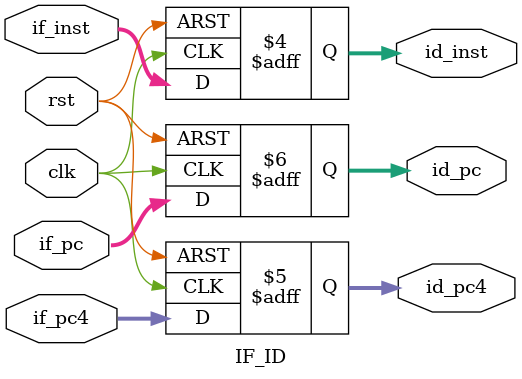
<source format=v>
`timescale 1ns / 1ps
module IF_ID(
    input wire clk,
    input wire rst,
    
    input wire [31:0] if_pc,
    input wire [31:0] if_inst,
    input wire [31:0] if_pc4,
    
    output reg [31:0] id_pc,
    output reg [31:0] id_inst,
    output reg [31:0] id_pc4
    );
    
    always@(posedge clk or posedge rst)begin
        if(rst)begin
            id_pc <= 32'd0;
        end
        else begin
            id_pc <= if_pc;
        end
    end
    
    always@(posedge clk or posedge rst)begin
        if(rst)begin
            id_pc4 <= 32'd0;
        end
        else begin
            id_pc4 <= if_pc4;
        end
    end
    
    always@(posedge clk or posedge rst)begin
        if(rst)begin
            id_inst <= 32'd0;
        end
        else begin
            id_inst <= if_inst;
        end
    end
endmodule

</source>
